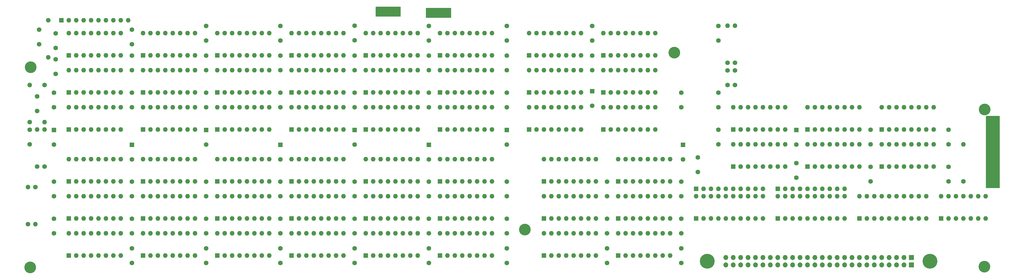
<source format=gbr>
%TF.GenerationSoftware,KiCad,Pcbnew,8.0.1*%
%TF.CreationDate,2024-03-27T18:11:16+11:00*%
%TF.ProjectId,System Memory Board,53797374-656d-4204-9d65-6d6f72792042,rev?*%
%TF.SameCoordinates,Original*%
%TF.FileFunction,Soldermask,Top*%
%TF.FilePolarity,Negative*%
%FSLAX46Y46*%
G04 Gerber Fmt 4.6, Leading zero omitted, Abs format (unit mm)*
G04 Created by KiCad (PCBNEW 8.0.1) date 2024-03-27 18:11:16*
%MOMM*%
%LPD*%
G01*
G04 APERTURE LIST*
%ADD10C,0.150000*%
%ADD11R,1.600000X1.600000*%
%ADD12O,1.600000X1.600000*%
%ADD13C,5.080000*%
%ADD14R,1.700000X1.700000*%
%ADD15O,1.700000X1.700000*%
%ADD16C,1.600000*%
%ADD17C,4.000000*%
G04 APERTURE END LIST*
D10*
X156400000Y-72450000D02*
X164800000Y-72450000D01*
X164800000Y-75650000D01*
X156400000Y-75650000D01*
X156400000Y-72450000D01*
G36*
X156400000Y-72450000D02*
G01*
X164800000Y-72450000D01*
X164800000Y-75650000D01*
X156400000Y-75650000D01*
X156400000Y-72450000D01*
G37*
X173650000Y-72850000D02*
X182050000Y-72850000D01*
X182050000Y-76100000D01*
X173650000Y-76100000D01*
X173650000Y-72850000D01*
G36*
X173650000Y-72850000D02*
G01*
X182050000Y-72850000D01*
X182050000Y-76100000D01*
X173650000Y-76100000D01*
X173650000Y-72850000D01*
G37*
X365200000Y-109900000D02*
X369800000Y-109900000D01*
X369800000Y-134400000D01*
X365200000Y-134400000D01*
X365200000Y-109900000D01*
G36*
X365200000Y-109900000D02*
G01*
X369800000Y-109900000D01*
X369800000Y-134400000D01*
X365200000Y-134400000D01*
X365200000Y-109900000D01*
G37*
D11*
%TO.C,U58*%
X349780000Y-144970000D03*
D12*
X352320000Y-144970000D03*
X354860000Y-144970000D03*
X357400000Y-144970000D03*
X359940000Y-144970000D03*
X362480000Y-144970000D03*
X365020000Y-144970000D03*
X365020000Y-137350000D03*
X362480000Y-137350000D03*
X359940000Y-137350000D03*
X357400000Y-137350000D03*
X354860000Y-137350000D03*
X352320000Y-137350000D03*
X349780000Y-137350000D03*
%TD*%
D13*
%TO.C,P300*%
X345970000Y-159575000D03*
X269770000Y-159575000D03*
D14*
X339620000Y-160845000D03*
D15*
X337080000Y-160845000D03*
X334540000Y-160845000D03*
X332000000Y-160845000D03*
X329460000Y-160845000D03*
X326920000Y-160845000D03*
X324380000Y-160845000D03*
X321840000Y-160845000D03*
X319300000Y-160845000D03*
X316760000Y-160845000D03*
X314220000Y-160845000D03*
X311680000Y-160845000D03*
X309140000Y-160845000D03*
X306600000Y-160845000D03*
X304060000Y-160845000D03*
X301520000Y-160845000D03*
X298980000Y-160845000D03*
X296440000Y-160845000D03*
X293900000Y-160845000D03*
X291360000Y-160845000D03*
X288820000Y-160845000D03*
X286280000Y-160845000D03*
X283740000Y-160845000D03*
X281200000Y-160845000D03*
X278660000Y-160845000D03*
X276120000Y-160845000D03*
D14*
X339620000Y-158305000D03*
D15*
X337080000Y-158305000D03*
X334540000Y-158305000D03*
X332000000Y-158305000D03*
X329460000Y-158305000D03*
X326920000Y-158305000D03*
X324380000Y-158305000D03*
X321840000Y-158305000D03*
X319300000Y-158305000D03*
X316760000Y-158305000D03*
X314220000Y-158305000D03*
X311680000Y-158305000D03*
X309140000Y-158305000D03*
X306600000Y-158305000D03*
X304060000Y-158305000D03*
X301520000Y-158305000D03*
X298980000Y-158305000D03*
X296440000Y-158305000D03*
X293900000Y-158305000D03*
X291360000Y-158305000D03*
X288820000Y-158305000D03*
X286280000Y-158305000D03*
X283740000Y-158305000D03*
X281200000Y-158305000D03*
X278660000Y-158305000D03*
X276120000Y-158305000D03*
%TD*%
D11*
%TO.C,U56*%
X293900000Y-144970000D03*
D12*
X296440000Y-144970000D03*
X298980000Y-144970000D03*
X301520000Y-144970000D03*
X304060000Y-144970000D03*
X306600000Y-144970000D03*
X309140000Y-144970000D03*
X311680000Y-144970000D03*
X314220000Y-144970000D03*
X316760000Y-144970000D03*
X316760000Y-137350000D03*
X314220000Y-137350000D03*
X311680000Y-137350000D03*
X309140000Y-137350000D03*
X306600000Y-137350000D03*
X304060000Y-137350000D03*
X301520000Y-137350000D03*
X298980000Y-137350000D03*
X296440000Y-137350000D03*
X293900000Y-137350000D03*
%TD*%
D11*
%TO.C,U57*%
X321840000Y-144970000D03*
D12*
X324380000Y-144970000D03*
X326920000Y-144970000D03*
X329460000Y-144970000D03*
X332000000Y-144970000D03*
X334540000Y-144970000D03*
X337080000Y-144970000D03*
X339620000Y-144970000D03*
X342160000Y-144970000D03*
X344700000Y-144970000D03*
X344700000Y-137350000D03*
X342160000Y-137350000D03*
X339620000Y-137350000D03*
X337080000Y-137350000D03*
X334540000Y-137350000D03*
X332000000Y-137350000D03*
X329460000Y-137350000D03*
X326920000Y-137350000D03*
X324380000Y-137350000D03*
X321840000Y-137350000D03*
%TD*%
D11*
%TO.C,U55*%
X265960000Y-144970000D03*
D12*
X268500000Y-144970000D03*
X271040000Y-144970000D03*
X273580000Y-144970000D03*
X276120000Y-144970000D03*
X278660000Y-144970000D03*
X281200000Y-144970000D03*
X283740000Y-144970000D03*
X286280000Y-144970000D03*
X288820000Y-144970000D03*
X288820000Y-137350000D03*
X286280000Y-137350000D03*
X283740000Y-137350000D03*
X281200000Y-137350000D03*
X278660000Y-137350000D03*
X276120000Y-137350000D03*
X273580000Y-137350000D03*
X271040000Y-137350000D03*
X268500000Y-137350000D03*
X265960000Y-137350000D03*
%TD*%
D11*
%TO.C,Z1*%
X48790000Y-77025000D03*
D12*
X51330000Y-77025000D03*
X53870000Y-77025000D03*
X56410000Y-77025000D03*
X58950000Y-77025000D03*
X61490000Y-77025000D03*
X64030000Y-77025000D03*
X66570000Y-77025000D03*
X69110000Y-77025000D03*
X71650000Y-77025000D03*
%TD*%
D11*
%TO.C,Z2*%
X265960000Y-134810000D03*
D12*
X268500000Y-134810000D03*
X271040000Y-134810000D03*
X273580000Y-134810000D03*
X276120000Y-134810000D03*
X278660000Y-134810000D03*
X281200000Y-134810000D03*
X283740000Y-134810000D03*
X286280000Y-134810000D03*
X288820000Y-134810000D03*
%TD*%
D11*
%TO.C,Z3*%
X293900000Y-134810000D03*
D12*
X296440000Y-134810000D03*
X298980000Y-134810000D03*
X301520000Y-134810000D03*
X304060000Y-134810000D03*
X306600000Y-134810000D03*
X309140000Y-134810000D03*
X311680000Y-134810000D03*
X314220000Y-134810000D03*
X316760000Y-134810000D03*
%TD*%
D16*
%TO.C,R10*%
X39900000Y-134175000D03*
D12*
X39900000Y-146875000D03*
%TD*%
D16*
%TO.C,R1*%
X40535000Y-127190000D03*
D12*
X40535000Y-114490000D03*
%TD*%
D16*
%TO.C,R9*%
X37360000Y-146875000D03*
D12*
X37360000Y-134175000D03*
%TD*%
D16*
%TO.C,R3*%
X357400000Y-132270000D03*
D12*
X357400000Y-119570000D03*
%TD*%
D16*
%TO.C,R2*%
X43075000Y-127190000D03*
D12*
X43075000Y-114490000D03*
%TD*%
D16*
%TO.C,R6*%
X276755000Y-91630000D03*
D12*
X276755000Y-78930000D03*
%TD*%
D16*
%TO.C,R8*%
X44345000Y-77025000D03*
D12*
X44345000Y-89725000D03*
%TD*%
D16*
%TO.C,R5*%
X43075000Y-99250000D03*
D12*
X43075000Y-111950000D03*
%TD*%
D16*
%TO.C,R7*%
X279295000Y-91630000D03*
D12*
X279295000Y-78930000D03*
%TD*%
D16*
%TO.C,R4*%
X37995000Y-111950000D03*
D12*
X37995000Y-99250000D03*
%TD*%
D11*
%TO.C,U8*%
X234210000Y-89090000D03*
D12*
X236750000Y-89090000D03*
X239290000Y-89090000D03*
X241830000Y-89090000D03*
X244370000Y-89090000D03*
X246910000Y-89090000D03*
X249450000Y-89090000D03*
X251990000Y-89090000D03*
X251990000Y-81470000D03*
X249450000Y-81470000D03*
X246910000Y-81470000D03*
X244370000Y-81470000D03*
X241830000Y-81470000D03*
X239290000Y-81470000D03*
X236750000Y-81470000D03*
X234210000Y-81470000D03*
%TD*%
D11*
%TO.C,U24*%
X234210000Y-114490000D03*
D12*
X236750000Y-114490000D03*
X239290000Y-114490000D03*
X241830000Y-114490000D03*
X244370000Y-114490000D03*
X246910000Y-114490000D03*
X249450000Y-114490000D03*
X251990000Y-114490000D03*
X251990000Y-106870000D03*
X249450000Y-106870000D03*
X246910000Y-106870000D03*
X244370000Y-106870000D03*
X241830000Y-106870000D03*
X239290000Y-106870000D03*
X236750000Y-106870000D03*
X234210000Y-106870000D03*
%TD*%
D11*
%TO.C,U40*%
X239290000Y-144970000D03*
D12*
X241830000Y-144970000D03*
X244370000Y-144970000D03*
X246910000Y-144970000D03*
X249450000Y-144970000D03*
X251990000Y-144970000D03*
X254530000Y-144970000D03*
X257070000Y-144970000D03*
X257070000Y-137350000D03*
X254530000Y-137350000D03*
X251990000Y-137350000D03*
X249450000Y-137350000D03*
X246910000Y-137350000D03*
X244370000Y-137350000D03*
X241830000Y-137350000D03*
X239290000Y-137350000D03*
%TD*%
D11*
%TO.C,U51*%
X329460000Y-114490000D03*
D12*
X332000000Y-114490000D03*
X334540000Y-114490000D03*
X337080000Y-114490000D03*
X339620000Y-114490000D03*
X342160000Y-114490000D03*
X344700000Y-114490000D03*
X347240000Y-114490000D03*
X347240000Y-106870000D03*
X344700000Y-106870000D03*
X342160000Y-106870000D03*
X339620000Y-106870000D03*
X337080000Y-106870000D03*
X334540000Y-106870000D03*
X332000000Y-106870000D03*
X329460000Y-106870000D03*
%TD*%
D11*
%TO.C,U49*%
X278660000Y-114490000D03*
D12*
X281200000Y-114490000D03*
X283740000Y-114490000D03*
X286280000Y-114490000D03*
X288820000Y-114490000D03*
X291360000Y-114490000D03*
X293900000Y-114490000D03*
X296440000Y-114490000D03*
X296440000Y-106870000D03*
X293900000Y-106870000D03*
X291360000Y-106870000D03*
X288820000Y-106870000D03*
X286280000Y-106870000D03*
X283740000Y-106870000D03*
X281200000Y-106870000D03*
X278660000Y-106870000D03*
%TD*%
D11*
%TO.C,U53*%
X304060000Y-127190000D03*
D12*
X306600000Y-127190000D03*
X309140000Y-127190000D03*
X311680000Y-127190000D03*
X314220000Y-127190000D03*
X316760000Y-127190000D03*
X319300000Y-127190000D03*
X321840000Y-127190000D03*
X321840000Y-119570000D03*
X319300000Y-119570000D03*
X316760000Y-119570000D03*
X314220000Y-119570000D03*
X311680000Y-119570000D03*
X309140000Y-119570000D03*
X306600000Y-119570000D03*
X304060000Y-119570000D03*
%TD*%
D11*
%TO.C,U52*%
X278660000Y-127190000D03*
D12*
X281200000Y-127190000D03*
X283740000Y-127190000D03*
X286280000Y-127190000D03*
X288820000Y-127190000D03*
X291360000Y-127190000D03*
X293900000Y-127190000D03*
X296440000Y-127190000D03*
X296440000Y-119570000D03*
X293900000Y-119570000D03*
X291360000Y-119570000D03*
X288820000Y-119570000D03*
X286280000Y-119570000D03*
X283740000Y-119570000D03*
X281200000Y-119570000D03*
X278660000Y-119570000D03*
%TD*%
D11*
%TO.C,U54*%
X329460000Y-127190000D03*
D12*
X332000000Y-127190000D03*
X334540000Y-127190000D03*
X337080000Y-127190000D03*
X339620000Y-127190000D03*
X342160000Y-127190000D03*
X344700000Y-127190000D03*
X347240000Y-127190000D03*
X347240000Y-119570000D03*
X344700000Y-119570000D03*
X342160000Y-119570000D03*
X339620000Y-119570000D03*
X337080000Y-119570000D03*
X334540000Y-119570000D03*
X332000000Y-119570000D03*
X329460000Y-119570000D03*
%TD*%
D11*
%TO.C,U7*%
X208810000Y-89090000D03*
D12*
X211350000Y-89090000D03*
X213890000Y-89090000D03*
X216430000Y-89090000D03*
X218970000Y-89090000D03*
X221510000Y-89090000D03*
X224050000Y-89090000D03*
X226590000Y-89090000D03*
X226590000Y-81470000D03*
X224050000Y-81470000D03*
X221510000Y-81470000D03*
X218970000Y-81470000D03*
X216430000Y-81470000D03*
X213890000Y-81470000D03*
X211350000Y-81470000D03*
X208810000Y-81470000D03*
%TD*%
D11*
%TO.C,U32*%
X239290000Y-132270000D03*
D12*
X241830000Y-132270000D03*
X244370000Y-132270000D03*
X246910000Y-132270000D03*
X249450000Y-132270000D03*
X251990000Y-132270000D03*
X254530000Y-132270000D03*
X257070000Y-132270000D03*
X257070000Y-124650000D03*
X254530000Y-124650000D03*
X251990000Y-124650000D03*
X249450000Y-124650000D03*
X246910000Y-124650000D03*
X244370000Y-124650000D03*
X241830000Y-124650000D03*
X239290000Y-124650000D03*
%TD*%
D11*
%TO.C,U16*%
X234210000Y-101790000D03*
D12*
X236750000Y-101790000D03*
X239290000Y-101790000D03*
X241830000Y-101790000D03*
X244370000Y-101790000D03*
X246910000Y-101790000D03*
X249450000Y-101790000D03*
X251990000Y-101790000D03*
X251990000Y-94170000D03*
X249450000Y-94170000D03*
X246910000Y-94170000D03*
X244370000Y-94170000D03*
X241830000Y-94170000D03*
X239290000Y-94170000D03*
X236750000Y-94170000D03*
X234210000Y-94170000D03*
%TD*%
D11*
%TO.C,U23*%
X208810000Y-114490000D03*
D12*
X211350000Y-114490000D03*
X213890000Y-114490000D03*
X216430000Y-114490000D03*
X218970000Y-114490000D03*
X221510000Y-114490000D03*
X224050000Y-114490000D03*
X226590000Y-114490000D03*
X226590000Y-106870000D03*
X224050000Y-106870000D03*
X221510000Y-106870000D03*
X218970000Y-106870000D03*
X216430000Y-106870000D03*
X213890000Y-106870000D03*
X211350000Y-106870000D03*
X208810000Y-106870000D03*
%TD*%
D11*
%TO.C,U48*%
X239290000Y-157670000D03*
D12*
X241830000Y-157670000D03*
X244370000Y-157670000D03*
X246910000Y-157670000D03*
X249450000Y-157670000D03*
X251990000Y-157670000D03*
X254530000Y-157670000D03*
X257070000Y-157670000D03*
X257070000Y-150050000D03*
X254530000Y-150050000D03*
X251990000Y-150050000D03*
X249450000Y-150050000D03*
X246910000Y-150050000D03*
X244370000Y-150050000D03*
X241830000Y-150050000D03*
X239290000Y-150050000D03*
%TD*%
D11*
%TO.C,U15*%
X208810000Y-101790000D03*
D12*
X211350000Y-101790000D03*
X213890000Y-101790000D03*
X216430000Y-101790000D03*
X218970000Y-101790000D03*
X221510000Y-101790000D03*
X224050000Y-101790000D03*
X226590000Y-101790000D03*
X226590000Y-94170000D03*
X224050000Y-94170000D03*
X221510000Y-94170000D03*
X218970000Y-94170000D03*
X216430000Y-94170000D03*
X213890000Y-94170000D03*
X211350000Y-94170000D03*
X208810000Y-94170000D03*
%TD*%
D11*
%TO.C,U31*%
X213890000Y-132270000D03*
D12*
X216430000Y-132270000D03*
X218970000Y-132270000D03*
X221510000Y-132270000D03*
X224050000Y-132270000D03*
X226590000Y-132270000D03*
X229130000Y-132270000D03*
X231670000Y-132270000D03*
X231670000Y-124650000D03*
X229130000Y-124650000D03*
X226590000Y-124650000D03*
X224050000Y-124650000D03*
X221510000Y-124650000D03*
X218970000Y-124650000D03*
X216430000Y-124650000D03*
X213890000Y-124650000D03*
%TD*%
D11*
%TO.C,U50*%
X304060000Y-114490000D03*
D12*
X306600000Y-114490000D03*
X309140000Y-114490000D03*
X311680000Y-114490000D03*
X314220000Y-114490000D03*
X316760000Y-114490000D03*
X319300000Y-114490000D03*
X321840000Y-114490000D03*
X321840000Y-106870000D03*
X319300000Y-106870000D03*
X316760000Y-106870000D03*
X314220000Y-106870000D03*
X311680000Y-106870000D03*
X309140000Y-106870000D03*
X306600000Y-106870000D03*
X304060000Y-106870000D03*
%TD*%
D11*
%TO.C,U39*%
X213890000Y-144970000D03*
D12*
X216430000Y-144970000D03*
X218970000Y-144970000D03*
X221510000Y-144970000D03*
X224050000Y-144970000D03*
X226590000Y-144970000D03*
X229130000Y-144970000D03*
X231670000Y-144970000D03*
X231670000Y-137350000D03*
X229130000Y-137350000D03*
X226590000Y-137350000D03*
X224050000Y-137350000D03*
X221510000Y-137350000D03*
X218970000Y-137350000D03*
X216430000Y-137350000D03*
X213890000Y-137350000D03*
%TD*%
D11*
%TO.C,U47*%
X213890000Y-157670000D03*
D12*
X216430000Y-157670000D03*
X218970000Y-157670000D03*
X221510000Y-157670000D03*
X224050000Y-157670000D03*
X226590000Y-157670000D03*
X229130000Y-157670000D03*
X231670000Y-157670000D03*
X231670000Y-150050000D03*
X229130000Y-150050000D03*
X226590000Y-150050000D03*
X224050000Y-150050000D03*
X221510000Y-150050000D03*
X218970000Y-150050000D03*
X216430000Y-150050000D03*
X213890000Y-150050000D03*
%TD*%
D11*
%TO.C,U35*%
X102130000Y-144970000D03*
D12*
X104670000Y-144970000D03*
X107210000Y-144970000D03*
X109750000Y-144970000D03*
X112290000Y-144970000D03*
X114830000Y-144970000D03*
X117370000Y-144970000D03*
X119910000Y-144970000D03*
X119910000Y-137350000D03*
X117370000Y-137350000D03*
X114830000Y-137350000D03*
X112290000Y-137350000D03*
X109750000Y-137350000D03*
X107210000Y-137350000D03*
X104670000Y-137350000D03*
X102130000Y-137350000D03*
%TD*%
D11*
%TO.C,U13*%
X152930000Y-101790000D03*
D12*
X155470000Y-101790000D03*
X158010000Y-101790000D03*
X160550000Y-101790000D03*
X163090000Y-101790000D03*
X165630000Y-101790000D03*
X168170000Y-101790000D03*
X170710000Y-101790000D03*
X170710000Y-94170000D03*
X168170000Y-94170000D03*
X165630000Y-94170000D03*
X163090000Y-94170000D03*
X160550000Y-94170000D03*
X158010000Y-94170000D03*
X155470000Y-94170000D03*
X152930000Y-94170000D03*
%TD*%
D11*
%TO.C,U11*%
X102130000Y-101790000D03*
D12*
X104670000Y-101790000D03*
X107210000Y-101790000D03*
X109750000Y-101790000D03*
X112290000Y-101790000D03*
X114830000Y-101790000D03*
X117370000Y-101790000D03*
X119910000Y-101790000D03*
X119910000Y-94170000D03*
X117370000Y-94170000D03*
X114830000Y-94170000D03*
X112290000Y-94170000D03*
X109750000Y-94170000D03*
X107210000Y-94170000D03*
X104670000Y-94170000D03*
X102130000Y-94170000D03*
%TD*%
D11*
%TO.C,U6*%
X178330000Y-89090000D03*
D12*
X180870000Y-89090000D03*
X183410000Y-89090000D03*
X185950000Y-89090000D03*
X188490000Y-89090000D03*
X191030000Y-89090000D03*
X193570000Y-89090000D03*
X196110000Y-89090000D03*
X196110000Y-81470000D03*
X193570000Y-81470000D03*
X191030000Y-81470000D03*
X188490000Y-81470000D03*
X185950000Y-81470000D03*
X183410000Y-81470000D03*
X180870000Y-81470000D03*
X178330000Y-81470000D03*
%TD*%
D11*
%TO.C,U36*%
X127530000Y-144970000D03*
D12*
X130070000Y-144970000D03*
X132610000Y-144970000D03*
X135150000Y-144970000D03*
X137690000Y-144970000D03*
X140230000Y-144970000D03*
X142770000Y-144970000D03*
X145310000Y-144970000D03*
X145310000Y-137350000D03*
X142770000Y-137350000D03*
X140230000Y-137350000D03*
X137690000Y-137350000D03*
X135150000Y-137350000D03*
X132610000Y-137350000D03*
X130070000Y-137350000D03*
X127530000Y-137350000D03*
%TD*%
D11*
%TO.C,U21*%
X152930000Y-114490000D03*
D12*
X155470000Y-114490000D03*
X158010000Y-114490000D03*
X160550000Y-114490000D03*
X163090000Y-114490000D03*
X165630000Y-114490000D03*
X168170000Y-114490000D03*
X170710000Y-114490000D03*
X170710000Y-106870000D03*
X168170000Y-106870000D03*
X165630000Y-106870000D03*
X163090000Y-106870000D03*
X160550000Y-106870000D03*
X158010000Y-106870000D03*
X155470000Y-106870000D03*
X152930000Y-106870000D03*
%TD*%
D11*
%TO.C,U28*%
X127530000Y-132270000D03*
D12*
X130070000Y-132270000D03*
X132610000Y-132270000D03*
X135150000Y-132270000D03*
X137690000Y-132270000D03*
X140230000Y-132270000D03*
X142770000Y-132270000D03*
X145310000Y-132270000D03*
X145310000Y-124650000D03*
X142770000Y-124650000D03*
X140230000Y-124650000D03*
X137690000Y-124650000D03*
X135150000Y-124650000D03*
X132610000Y-124650000D03*
X130070000Y-124650000D03*
X127530000Y-124650000D03*
%TD*%
D11*
%TO.C,U14*%
X178330000Y-101790000D03*
D12*
X180870000Y-101790000D03*
X183410000Y-101790000D03*
X185950000Y-101790000D03*
X188490000Y-101790000D03*
X191030000Y-101790000D03*
X193570000Y-101790000D03*
X196110000Y-101790000D03*
X196110000Y-94170000D03*
X193570000Y-94170000D03*
X191030000Y-94170000D03*
X188490000Y-94170000D03*
X185950000Y-94170000D03*
X183410000Y-94170000D03*
X180870000Y-94170000D03*
X178330000Y-94170000D03*
%TD*%
D11*
%TO.C,U45*%
X152930000Y-157670000D03*
D12*
X155470000Y-157670000D03*
X158010000Y-157670000D03*
X160550000Y-157670000D03*
X163090000Y-157670000D03*
X165630000Y-157670000D03*
X168170000Y-157670000D03*
X170710000Y-157670000D03*
X170710000Y-150050000D03*
X168170000Y-150050000D03*
X165630000Y-150050000D03*
X163090000Y-150050000D03*
X160550000Y-150050000D03*
X158010000Y-150050000D03*
X155470000Y-150050000D03*
X152930000Y-150050000D03*
%TD*%
D11*
%TO.C,U27*%
X102130000Y-132270000D03*
D12*
X104670000Y-132270000D03*
X107210000Y-132270000D03*
X109750000Y-132270000D03*
X112290000Y-132270000D03*
X114830000Y-132270000D03*
X117370000Y-132270000D03*
X119910000Y-132270000D03*
X119910000Y-124650000D03*
X117370000Y-124650000D03*
X114830000Y-124650000D03*
X112290000Y-124650000D03*
X109750000Y-124650000D03*
X107210000Y-124650000D03*
X104670000Y-124650000D03*
X102130000Y-124650000D03*
%TD*%
D11*
%TO.C,U12*%
X127530000Y-101790000D03*
D12*
X130070000Y-101790000D03*
X132610000Y-101790000D03*
X135150000Y-101790000D03*
X137690000Y-101790000D03*
X140230000Y-101790000D03*
X142770000Y-101790000D03*
X145310000Y-101790000D03*
X145310000Y-94170000D03*
X142770000Y-94170000D03*
X140230000Y-94170000D03*
X137690000Y-94170000D03*
X135150000Y-94170000D03*
X132610000Y-94170000D03*
X130070000Y-94170000D03*
X127530000Y-94170000D03*
%TD*%
D11*
%TO.C,U9*%
X51330000Y-101790000D03*
D12*
X53870000Y-101790000D03*
X56410000Y-101790000D03*
X58950000Y-101790000D03*
X61490000Y-101790000D03*
X64030000Y-101790000D03*
X66570000Y-101790000D03*
X69110000Y-101790000D03*
X69110000Y-94170000D03*
X66570000Y-94170000D03*
X64030000Y-94170000D03*
X61490000Y-94170000D03*
X58950000Y-94170000D03*
X56410000Y-94170000D03*
X53870000Y-94170000D03*
X51330000Y-94170000D03*
%TD*%
D11*
%TO.C,U2*%
X76730000Y-89090000D03*
D12*
X79270000Y-89090000D03*
X81810000Y-89090000D03*
X84350000Y-89090000D03*
X86890000Y-89090000D03*
X89430000Y-89090000D03*
X91970000Y-89090000D03*
X94510000Y-89090000D03*
X94510000Y-81470000D03*
X91970000Y-81470000D03*
X89430000Y-81470000D03*
X86890000Y-81470000D03*
X84350000Y-81470000D03*
X81810000Y-81470000D03*
X79270000Y-81470000D03*
X76730000Y-81470000D03*
%TD*%
D11*
%TO.C,U41*%
X51330000Y-157670000D03*
D12*
X53870000Y-157670000D03*
X56410000Y-157670000D03*
X58950000Y-157670000D03*
X61490000Y-157670000D03*
X64030000Y-157670000D03*
X66570000Y-157670000D03*
X69110000Y-157670000D03*
X69110000Y-150050000D03*
X66570000Y-150050000D03*
X64030000Y-150050000D03*
X61490000Y-150050000D03*
X58950000Y-150050000D03*
X56410000Y-150050000D03*
X53870000Y-150050000D03*
X51330000Y-150050000D03*
%TD*%
D11*
%TO.C,U26*%
X76730000Y-132270000D03*
D12*
X79270000Y-132270000D03*
X81810000Y-132270000D03*
X84350000Y-132270000D03*
X86890000Y-132270000D03*
X89430000Y-132270000D03*
X91970000Y-132270000D03*
X94510000Y-132270000D03*
X94510000Y-124650000D03*
X91970000Y-124650000D03*
X89430000Y-124650000D03*
X86890000Y-124650000D03*
X84350000Y-124650000D03*
X81810000Y-124650000D03*
X79270000Y-124650000D03*
X76730000Y-124650000D03*
%TD*%
D11*
%TO.C,U43*%
X102130000Y-157670000D03*
D12*
X104670000Y-157670000D03*
X107210000Y-157670000D03*
X109750000Y-157670000D03*
X112290000Y-157670000D03*
X114830000Y-157670000D03*
X117370000Y-157670000D03*
X119910000Y-157670000D03*
X119910000Y-150050000D03*
X117370000Y-150050000D03*
X114830000Y-150050000D03*
X112290000Y-150050000D03*
X109750000Y-150050000D03*
X107210000Y-150050000D03*
X104670000Y-150050000D03*
X102130000Y-150050000D03*
%TD*%
D11*
%TO.C,U33*%
X51330000Y-144970000D03*
D12*
X53870000Y-144970000D03*
X56410000Y-144970000D03*
X58950000Y-144970000D03*
X61490000Y-144970000D03*
X64030000Y-144970000D03*
X66570000Y-144970000D03*
X69110000Y-144970000D03*
X69110000Y-137350000D03*
X66570000Y-137350000D03*
X64030000Y-137350000D03*
X61490000Y-137350000D03*
X58950000Y-137350000D03*
X56410000Y-137350000D03*
X53870000Y-137350000D03*
X51330000Y-137350000D03*
%TD*%
D11*
%TO.C,U22*%
X178330000Y-114490000D03*
D12*
X180870000Y-114490000D03*
X183410000Y-114490000D03*
X185950000Y-114490000D03*
X188490000Y-114490000D03*
X191030000Y-114490000D03*
X193570000Y-114490000D03*
X196110000Y-114490000D03*
X196110000Y-106870000D03*
X193570000Y-106870000D03*
X191030000Y-106870000D03*
X188490000Y-106870000D03*
X185950000Y-106870000D03*
X183410000Y-106870000D03*
X180870000Y-106870000D03*
X178330000Y-106870000D03*
%TD*%
D11*
%TO.C,U44*%
X127530000Y-157670000D03*
D12*
X130070000Y-157670000D03*
X132610000Y-157670000D03*
X135150000Y-157670000D03*
X137690000Y-157670000D03*
X140230000Y-157670000D03*
X142770000Y-157670000D03*
X145310000Y-157670000D03*
X145310000Y-150050000D03*
X142770000Y-150050000D03*
X140230000Y-150050000D03*
X137690000Y-150050000D03*
X135150000Y-150050000D03*
X132610000Y-150050000D03*
X130070000Y-150050000D03*
X127530000Y-150050000D03*
%TD*%
D11*
%TO.C,U10*%
X76730000Y-101790000D03*
D12*
X79270000Y-101790000D03*
X81810000Y-101790000D03*
X84350000Y-101790000D03*
X86890000Y-101790000D03*
X89430000Y-101790000D03*
X91970000Y-101790000D03*
X94510000Y-101790000D03*
X94510000Y-94170000D03*
X91970000Y-94170000D03*
X89430000Y-94170000D03*
X86890000Y-94170000D03*
X84350000Y-94170000D03*
X81810000Y-94170000D03*
X79270000Y-94170000D03*
X76730000Y-94170000D03*
%TD*%
D11*
%TO.C,U37*%
X152930000Y-144970000D03*
D12*
X155470000Y-144970000D03*
X158010000Y-144970000D03*
X160550000Y-144970000D03*
X163090000Y-144970000D03*
X165630000Y-144970000D03*
X168170000Y-144970000D03*
X170710000Y-144970000D03*
X170710000Y-137350000D03*
X168170000Y-137350000D03*
X165630000Y-137350000D03*
X163090000Y-137350000D03*
X160550000Y-137350000D03*
X158010000Y-137350000D03*
X155470000Y-137350000D03*
X152930000Y-137350000D03*
%TD*%
D11*
%TO.C,U42*%
X76730000Y-157670000D03*
D12*
X79270000Y-157670000D03*
X81810000Y-157670000D03*
X84350000Y-157670000D03*
X86890000Y-157670000D03*
X89430000Y-157670000D03*
X91970000Y-157670000D03*
X94510000Y-157670000D03*
X94510000Y-150050000D03*
X91970000Y-150050000D03*
X89430000Y-150050000D03*
X86890000Y-150050000D03*
X84350000Y-150050000D03*
X81810000Y-150050000D03*
X79270000Y-150050000D03*
X76730000Y-150050000D03*
%TD*%
D11*
%TO.C,U25*%
X51330000Y-132270000D03*
D12*
X53870000Y-132270000D03*
X56410000Y-132270000D03*
X58950000Y-132270000D03*
X61490000Y-132270000D03*
X64030000Y-132270000D03*
X66570000Y-132270000D03*
X69110000Y-132270000D03*
X69110000Y-124650000D03*
X66570000Y-124650000D03*
X64030000Y-124650000D03*
X61490000Y-124650000D03*
X58950000Y-124650000D03*
X56410000Y-124650000D03*
X53870000Y-124650000D03*
X51330000Y-124650000D03*
%TD*%
D11*
%TO.C,U5*%
X152930000Y-89090000D03*
D12*
X155470000Y-89090000D03*
X158010000Y-89090000D03*
X160550000Y-89090000D03*
X163090000Y-89090000D03*
X165630000Y-89090000D03*
X168170000Y-89090000D03*
X170710000Y-89090000D03*
X170710000Y-81470000D03*
X168170000Y-81470000D03*
X165630000Y-81470000D03*
X163090000Y-81470000D03*
X160550000Y-81470000D03*
X158010000Y-81470000D03*
X155470000Y-81470000D03*
X152930000Y-81470000D03*
%TD*%
D11*
%TO.C,U20*%
X127530000Y-114490000D03*
D12*
X130070000Y-114490000D03*
X132610000Y-114490000D03*
X135150000Y-114490000D03*
X137690000Y-114490000D03*
X140230000Y-114490000D03*
X142770000Y-114490000D03*
X145310000Y-114490000D03*
X145310000Y-106870000D03*
X142770000Y-106870000D03*
X140230000Y-106870000D03*
X137690000Y-106870000D03*
X135150000Y-106870000D03*
X132610000Y-106870000D03*
X130070000Y-106870000D03*
X127530000Y-106870000D03*
%TD*%
D11*
%TO.C,U18*%
X76730000Y-114490000D03*
D12*
X79270000Y-114490000D03*
X81810000Y-114490000D03*
X84350000Y-114490000D03*
X86890000Y-114490000D03*
X89430000Y-114490000D03*
X91970000Y-114490000D03*
X94510000Y-114490000D03*
X94510000Y-106870000D03*
X91970000Y-106870000D03*
X89430000Y-106870000D03*
X86890000Y-106870000D03*
X84350000Y-106870000D03*
X81810000Y-106870000D03*
X79270000Y-106870000D03*
X76730000Y-106870000D03*
%TD*%
D11*
%TO.C,U34*%
X76730000Y-144970000D03*
D12*
X79270000Y-144970000D03*
X81810000Y-144970000D03*
X84350000Y-144970000D03*
X86890000Y-144970000D03*
X89430000Y-144970000D03*
X91970000Y-144970000D03*
X94510000Y-144970000D03*
X94510000Y-137350000D03*
X91970000Y-137350000D03*
X89430000Y-137350000D03*
X86890000Y-137350000D03*
X84350000Y-137350000D03*
X81810000Y-137350000D03*
X79270000Y-137350000D03*
X76730000Y-137350000D03*
%TD*%
D11*
%TO.C,U17*%
X51330000Y-114490000D03*
D12*
X53870000Y-114490000D03*
X56410000Y-114490000D03*
X58950000Y-114490000D03*
X61490000Y-114490000D03*
X64030000Y-114490000D03*
X66570000Y-114490000D03*
X69110000Y-114490000D03*
X69110000Y-106870000D03*
X66570000Y-106870000D03*
X64030000Y-106870000D03*
X61490000Y-106870000D03*
X58950000Y-106870000D03*
X56410000Y-106870000D03*
X53870000Y-106870000D03*
X51330000Y-106870000D03*
%TD*%
D11*
%TO.C,U46*%
X178330000Y-157670000D03*
D12*
X180870000Y-157670000D03*
X183410000Y-157670000D03*
X185950000Y-157670000D03*
X188490000Y-157670000D03*
X191030000Y-157670000D03*
X193570000Y-157670000D03*
X196110000Y-157670000D03*
X196110000Y-150050000D03*
X193570000Y-150050000D03*
X191030000Y-150050000D03*
X188490000Y-150050000D03*
X185950000Y-150050000D03*
X183410000Y-150050000D03*
X180870000Y-150050000D03*
X178330000Y-150050000D03*
%TD*%
D11*
%TO.C,U4*%
X127530000Y-89090000D03*
D12*
X130070000Y-89090000D03*
X132610000Y-89090000D03*
X135150000Y-89090000D03*
X137690000Y-89090000D03*
X140230000Y-89090000D03*
X142770000Y-89090000D03*
X145310000Y-89090000D03*
X145310000Y-81470000D03*
X142770000Y-81470000D03*
X140230000Y-81470000D03*
X137690000Y-81470000D03*
X135150000Y-81470000D03*
X132610000Y-81470000D03*
X130070000Y-81470000D03*
X127530000Y-81470000D03*
%TD*%
D11*
%TO.C,U38*%
X178330000Y-144970000D03*
D12*
X180870000Y-144970000D03*
X183410000Y-144970000D03*
X185950000Y-144970000D03*
X188490000Y-144970000D03*
X191030000Y-144970000D03*
X193570000Y-144970000D03*
X196110000Y-144970000D03*
X196110000Y-137350000D03*
X193570000Y-137350000D03*
X191030000Y-137350000D03*
X188490000Y-137350000D03*
X185950000Y-137350000D03*
X183410000Y-137350000D03*
X180870000Y-137350000D03*
X178330000Y-137350000D03*
%TD*%
D11*
%TO.C,U3*%
X102130000Y-89090000D03*
D12*
X104670000Y-89090000D03*
X107210000Y-89090000D03*
X109750000Y-89090000D03*
X112290000Y-89090000D03*
X114830000Y-89090000D03*
X117370000Y-89090000D03*
X119910000Y-89090000D03*
X119910000Y-81470000D03*
X117370000Y-81470000D03*
X114830000Y-81470000D03*
X112290000Y-81470000D03*
X109750000Y-81470000D03*
X107210000Y-81470000D03*
X104670000Y-81470000D03*
X102130000Y-81470000D03*
%TD*%
D11*
%TO.C,U29*%
X152930000Y-132270000D03*
D12*
X155470000Y-132270000D03*
X158010000Y-132270000D03*
X160550000Y-132270000D03*
X163090000Y-132270000D03*
X165630000Y-132270000D03*
X168170000Y-132270000D03*
X170710000Y-132270000D03*
X170710000Y-124650000D03*
X168170000Y-124650000D03*
X165630000Y-124650000D03*
X163090000Y-124650000D03*
X160550000Y-124650000D03*
X158010000Y-124650000D03*
X155470000Y-124650000D03*
X152930000Y-124650000D03*
%TD*%
D11*
%TO.C,U30*%
X178330000Y-132270000D03*
D12*
X180870000Y-132270000D03*
X183410000Y-132270000D03*
X185950000Y-132270000D03*
X188490000Y-132270000D03*
X191030000Y-132270000D03*
X193570000Y-132270000D03*
X196110000Y-132270000D03*
X196110000Y-124650000D03*
X193570000Y-124650000D03*
X191030000Y-124650000D03*
X188490000Y-124650000D03*
X185950000Y-124650000D03*
X183410000Y-124650000D03*
X180870000Y-124650000D03*
X178330000Y-124650000D03*
%TD*%
D11*
%TO.C,U19*%
X102130000Y-114490000D03*
D12*
X104670000Y-114490000D03*
X107210000Y-114490000D03*
X109750000Y-114490000D03*
X112290000Y-114490000D03*
X114830000Y-114490000D03*
X117370000Y-114490000D03*
X119910000Y-114490000D03*
X119910000Y-106870000D03*
X117370000Y-106870000D03*
X114830000Y-106870000D03*
X112290000Y-106870000D03*
X109750000Y-106870000D03*
X107210000Y-106870000D03*
X104670000Y-106870000D03*
X102130000Y-106870000D03*
%TD*%
D11*
%TO.C,U1*%
X51330000Y-89090000D03*
D12*
X53870000Y-89090000D03*
X56410000Y-89090000D03*
X58950000Y-89090000D03*
X61490000Y-89090000D03*
X64030000Y-89090000D03*
X66570000Y-89090000D03*
X69110000Y-89090000D03*
X69110000Y-81470000D03*
X66570000Y-81470000D03*
X64030000Y-81470000D03*
X61490000Y-81470000D03*
X58950000Y-81470000D03*
X56410000Y-81470000D03*
X53870000Y-81470000D03*
X51330000Y-81470000D03*
%TD*%
D11*
%TO.C,C29*%
X300250000Y-114627349D03*
D16*
X300250000Y-119627349D03*
%TD*%
D11*
%TO.C,C33*%
X72920000Y-119707349D03*
D16*
X72920000Y-124707349D03*
%TD*%
%TO.C,C45*%
X174520000Y-132310000D03*
X174520000Y-137310000D03*
%TD*%
%TO.C,C41*%
X72920000Y-132310000D03*
X72920000Y-137310000D03*
%TD*%
%TO.C,C3*%
X98320000Y-79010000D03*
X98320000Y-84010000D03*
%TD*%
%TO.C,C59*%
X201190000Y-145010000D03*
X201190000Y-150010000D03*
%TD*%
D11*
%TO.C,C32*%
X46250000Y-114627349D03*
D16*
X46250000Y-119627349D03*
%TD*%
%TO.C,C16*%
X201190000Y-89130000D03*
X201190000Y-94130000D03*
%TD*%
%TO.C,C8*%
X230400000Y-78970000D03*
X230400000Y-83970000D03*
%TD*%
%TO.C,C43*%
X123720000Y-132310000D03*
X123720000Y-137310000D03*
%TD*%
%TO.C,C30*%
X325650000Y-114530000D03*
X325650000Y-119530000D03*
%TD*%
D11*
%TO.C,C36*%
X149120000Y-114627349D03*
D16*
X149120000Y-119627349D03*
%TD*%
%TO.C,C51*%
X325650000Y-127230000D03*
X325650000Y-132230000D03*
%TD*%
%TO.C,C55*%
X98320000Y-145010000D03*
X98320000Y-150010000D03*
%TD*%
%TO.C,C31*%
X352320000Y-114530000D03*
X352320000Y-119530000D03*
%TD*%
%TO.C,C14*%
X149120000Y-89130000D03*
X149120000Y-94130000D03*
%TD*%
%TO.C,C11*%
X72920000Y-89130000D03*
X72920000Y-94130000D03*
%TD*%
%TO.C,C2*%
X72920000Y-80240000D03*
X72920000Y-85240000D03*
%TD*%
%TO.C,C60*%
X235480000Y-145010000D03*
X235480000Y-150010000D03*
%TD*%
%TO.C,C58*%
X174520000Y-145010000D03*
X174520000Y-150010000D03*
%TD*%
%TO.C,C42*%
X98320000Y-132310000D03*
X98320000Y-137310000D03*
%TD*%
%TO.C,C73*%
X276755000Y-94210000D03*
X276755000Y-99210000D03*
%TD*%
%TO.C,C23*%
X123720000Y-101830000D03*
X123720000Y-106830000D03*
%TD*%
D11*
%TO.C,C34*%
X98320000Y-114627349D03*
D16*
X98320000Y-119627349D03*
%TD*%
%TO.C,C65*%
X149120000Y-155170000D03*
X149120000Y-160170000D03*
%TD*%
%TO.C,C18*%
X260880000Y-101830000D03*
X260880000Y-106830000D03*
%TD*%
%TO.C,C44*%
X149120000Y-132310000D03*
X149120000Y-137310000D03*
%TD*%
%TO.C,C40*%
X46250000Y-132310000D03*
X46250000Y-137310000D03*
%TD*%
%TO.C,C48*%
X260880000Y-132310000D03*
X260880000Y-137310000D03*
%TD*%
D11*
%TO.C,C37*%
X174520000Y-119707349D03*
D16*
X174520000Y-124707349D03*
%TD*%
%TO.C,C52*%
X352320000Y-127230000D03*
X352320000Y-132230000D03*
%TD*%
%TO.C,C47*%
X235480000Y-132310000D03*
X235480000Y-137310000D03*
%TD*%
%TO.C,C68*%
X235480000Y-155170000D03*
X235480000Y-160170000D03*
%TD*%
%TO.C,C63*%
X98320000Y-155170000D03*
X98320000Y-160170000D03*
%TD*%
%TO.C,C49*%
X266595000Y-124055000D03*
X266595000Y-129055000D03*
%TD*%
%TO.C,C72*%
X46885000Y-81510000D03*
X46885000Y-86510000D03*
%TD*%
%TO.C,C7*%
X201190000Y-78970000D03*
X201190000Y-83970000D03*
%TD*%
%TO.C,C20*%
X46250000Y-101830000D03*
X46250000Y-106830000D03*
%TD*%
%TO.C,C67*%
X201190000Y-155170000D03*
X201190000Y-160170000D03*
%TD*%
D17*
%TO.C,H2*%
X38160000Y-161730000D03*
%TD*%
%TO.C,H3*%
X207410000Y-148730000D03*
%TD*%
D16*
%TO.C,C74*%
X279295000Y-94210000D03*
X279295000Y-99210000D03*
%TD*%
%TO.C,C10*%
X46885000Y-90400000D03*
X46885000Y-95400000D03*
%TD*%
%TO.C,C50*%
X300250000Y-125960000D03*
X300250000Y-130960000D03*
%TD*%
%TO.C,C70*%
X40535000Y-103100000D03*
X40535000Y-108100000D03*
%TD*%
D17*
%TO.C,H6*%
X364610000Y-161430000D03*
%TD*%
%TO.C,H5*%
X364710000Y-107630000D03*
%TD*%
D16*
%TO.C,C12*%
X98320000Y-89130000D03*
X98320000Y-94130000D03*
%TD*%
%TO.C,C15*%
X174520000Y-89130000D03*
X174520000Y-94130000D03*
%TD*%
%TO.C,C28*%
X273580000Y-114530000D03*
X273580000Y-119530000D03*
%TD*%
%TO.C,C26*%
X201190000Y-101830000D03*
X201190000Y-106830000D03*
%TD*%
%TO.C,C62*%
X72920000Y-155170000D03*
X72920000Y-160170000D03*
%TD*%
%TO.C,C66*%
X174520000Y-155170000D03*
X174520000Y-160170000D03*
%TD*%
%TO.C,C69*%
X260880000Y-155170000D03*
X260880000Y-160170000D03*
%TD*%
%TO.C,C13*%
X123720000Y-89130000D03*
X123720000Y-94130000D03*
%TD*%
D11*
%TO.C,C38*%
X201190000Y-114627349D03*
D16*
X201190000Y-119627349D03*
%TD*%
%TO.C,C4*%
X123720000Y-78970000D03*
X123720000Y-83970000D03*
%TD*%
D17*
%TO.C,H4*%
X258510000Y-88130000D03*
%TD*%
D16*
%TO.C,C22*%
X98320000Y-101830000D03*
X98320000Y-106830000D03*
%TD*%
%TO.C,C1*%
X41170000Y-80240000D03*
X41170000Y-85240000D03*
%TD*%
%TO.C,C6*%
X174520000Y-78970000D03*
X174520000Y-83970000D03*
%TD*%
%TO.C,C24*%
X149120000Y-101830000D03*
X149120000Y-106830000D03*
%TD*%
%TO.C,C54*%
X72920000Y-145010000D03*
X72920000Y-150010000D03*
%TD*%
%TO.C,C17*%
X230400000Y-89130000D03*
X230400000Y-94130000D03*
%TD*%
%TO.C,C53*%
X46250000Y-145010000D03*
X46250000Y-150010000D03*
%TD*%
%TO.C,C5*%
X149120000Y-78930000D03*
X149120000Y-83930000D03*
%TD*%
D17*
%TO.C,H1*%
X38310000Y-93080000D03*
%TD*%
D16*
%TO.C,C25*%
X174520000Y-101830000D03*
X174520000Y-106830000D03*
%TD*%
%TO.C,C57*%
X149120000Y-145010000D03*
X149120000Y-150010000D03*
%TD*%
D11*
%TO.C,C35*%
X123720000Y-119707349D03*
D16*
X123720000Y-124707349D03*
%TD*%
%TO.C,C19*%
X273580000Y-101830000D03*
X273580000Y-106830000D03*
%TD*%
%TO.C,C9*%
X273580000Y-78970000D03*
X273580000Y-83970000D03*
%TD*%
D11*
%TO.C,C27*%
X230400000Y-101292349D03*
D16*
X230400000Y-106292349D03*
%TD*%
%TO.C,C71*%
X37995000Y-114530000D03*
X37995000Y-119530000D03*
%TD*%
%TO.C,C21*%
X72920000Y-101830000D03*
X72920000Y-106830000D03*
%TD*%
D11*
%TO.C,C39*%
X261515000Y-119707349D03*
D16*
X261515000Y-124707349D03*
%TD*%
%TO.C,C61*%
X260880000Y-145010000D03*
X260880000Y-150010000D03*
%TD*%
%TO.C,C46*%
X201190000Y-132310000D03*
X201190000Y-137310000D03*
%TD*%
%TO.C,C64*%
X123720000Y-155170000D03*
X123720000Y-160170000D03*
%TD*%
%TO.C,C56*%
X123720000Y-145010000D03*
X123720000Y-150010000D03*
%TD*%
M02*

</source>
